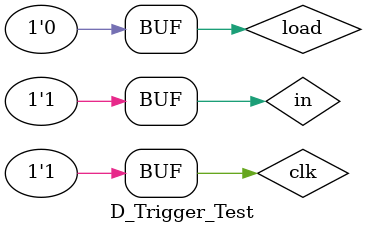
<source format=v>
module SRFF(input r, clock, s, output q, q_dot);
    wire r_out, s_out;
    assign r_out = r & clock;
    assign s_out = s & clock;
    assign q = ~(q_dot | r_out);
    assign q_dot = ~(q | s_out);
endmodule

module Mux(input a, b, sec, output out);
    assign out = a&(~sec) | b&sec;
endmodule

module D_Trigger(input d, clk, load, output q, q_dot);
    wire in, d_dot, clk_dot, q1, q1_dot, s_out, r_out;
    Mux mux(q, d, load, in);
    assign clk_dot =  ~clk;
    assign d_dot = ~in;
    assign s_out = d_dot & clk_dot;
    assign r_out = in & clk_dot;
    assign q1 = ~(r_out | q1_dot);
    assign q1_dot = ~(s_out | q1);
    SRFF srff(q1, clk, q1_dot, q, q_dot);
endmodule

module D_Trigger_Test();
    reg in = 1, clk = 0, load = 1;
    wire q, q_dot;
    D_Trigger d_trigger(in, clk, load, q, q_dot);
    initial begin
        #10 clk = 1;
        #10 in = 0;
        #10 clk = 0;
        #10 clk = 1;
        #10 load = 0;
        #10 in = 0;
        clk = 1;
        #10 in = 1;
        clk = 0;
        #10 clk = 1;
    end
    initial begin
        $monitor("in = %x clk = %x load = %x out = %x", in, clk, load, q);
    end
endmodule
</source>
